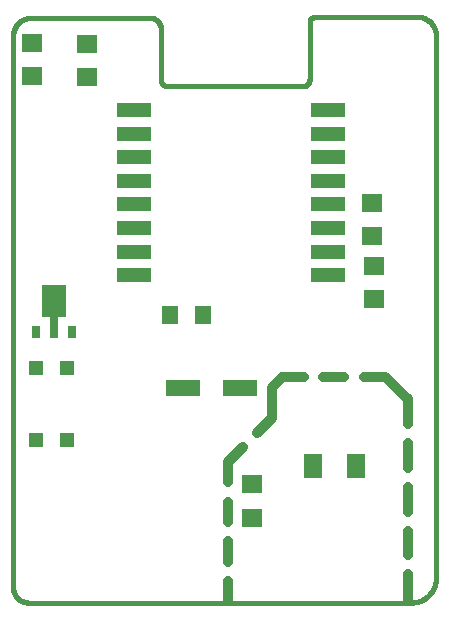
<source format=gtp>
G75*
%MOIN*%
%OFA0B0*%
%FSLAX25Y25*%
%IPPOS*%
%LPD*%
%AMOC8*
5,1,8,0,0,1.08239X$1,22.5*
%
%ADD10C,0.03200*%
%ADD11C,0.01600*%
%ADD12R,0.05512X0.06299*%
%ADD13R,0.07087X0.06299*%
%ADD14R,0.11811X0.04724*%
%ADD15R,0.11811X0.05512*%
%ADD16R,0.02756X0.04331*%
%ADD17R,0.07874X0.11024*%
%ADD18R,0.02500X0.05000*%
%ADD19R,0.05906X0.08268*%
%ADD20R,0.04724X0.04724*%
D10*
X0106935Y0044645D02*
X0106935Y0051459D01*
X0106935Y0057859D02*
X0106935Y0064673D01*
X0106935Y0071073D02*
X0106935Y0077887D01*
X0106935Y0084287D02*
X0106935Y0091102D01*
X0111956Y0096122D01*
X0116482Y0100648D02*
X0121502Y0105669D01*
X0121502Y0115905D01*
X0125046Y0119448D01*
X0132196Y0119448D01*
X0138596Y0119448D02*
X0145747Y0119448D01*
X0152147Y0119448D02*
X0159298Y0119448D01*
X0166778Y0111968D01*
X0166778Y0103781D01*
X0166778Y0097381D02*
X0166778Y0089194D01*
X0166778Y0082794D02*
X0166778Y0074606D01*
X0166778Y0068206D02*
X0166778Y0060019D01*
X0166778Y0053619D02*
X0166778Y0045432D01*
D11*
X0035282Y0049369D02*
X0035282Y0233228D01*
X0035281Y0233228D02*
X0035283Y0233380D01*
X0035289Y0233532D01*
X0035299Y0233684D01*
X0035312Y0233835D01*
X0035330Y0233986D01*
X0035351Y0234137D01*
X0035377Y0234287D01*
X0035406Y0234436D01*
X0035439Y0234585D01*
X0035476Y0234732D01*
X0035516Y0234879D01*
X0035561Y0235024D01*
X0035609Y0235168D01*
X0035661Y0235311D01*
X0035716Y0235453D01*
X0035775Y0235593D01*
X0035838Y0235732D01*
X0035904Y0235869D01*
X0035974Y0236004D01*
X0036047Y0236137D01*
X0036124Y0236268D01*
X0036204Y0236398D01*
X0036287Y0236525D01*
X0036373Y0236650D01*
X0036463Y0236773D01*
X0036556Y0236893D01*
X0036652Y0237011D01*
X0036751Y0237127D01*
X0036853Y0237240D01*
X0036957Y0237350D01*
X0037065Y0237458D01*
X0037175Y0237562D01*
X0037288Y0237664D01*
X0037404Y0237763D01*
X0037522Y0237859D01*
X0037642Y0237952D01*
X0037765Y0238042D01*
X0037890Y0238128D01*
X0038017Y0238211D01*
X0038147Y0238291D01*
X0038278Y0238368D01*
X0038411Y0238441D01*
X0038546Y0238511D01*
X0038683Y0238577D01*
X0038822Y0238640D01*
X0038962Y0238699D01*
X0039104Y0238754D01*
X0039247Y0238806D01*
X0039391Y0238854D01*
X0039536Y0238899D01*
X0039683Y0238939D01*
X0039830Y0238976D01*
X0039979Y0239009D01*
X0040128Y0239038D01*
X0040278Y0239064D01*
X0040429Y0239085D01*
X0040580Y0239103D01*
X0040731Y0239116D01*
X0040883Y0239126D01*
X0041035Y0239132D01*
X0041187Y0239134D01*
X0041187Y0239133D02*
X0080951Y0239133D01*
X0081067Y0239131D01*
X0081183Y0239125D01*
X0081298Y0239116D01*
X0081413Y0239103D01*
X0081528Y0239086D01*
X0081642Y0239065D01*
X0081756Y0239040D01*
X0081868Y0239012D01*
X0081979Y0238980D01*
X0082090Y0238945D01*
X0082199Y0238906D01*
X0082307Y0238863D01*
X0082413Y0238817D01*
X0082518Y0238768D01*
X0082621Y0238715D01*
X0082723Y0238658D01*
X0082822Y0238599D01*
X0082919Y0238536D01*
X0083015Y0238470D01*
X0083108Y0238401D01*
X0083199Y0238329D01*
X0083287Y0238254D01*
X0083373Y0238176D01*
X0083456Y0238095D01*
X0083537Y0238012D01*
X0083615Y0237926D01*
X0083690Y0237838D01*
X0083762Y0237747D01*
X0083831Y0237654D01*
X0083897Y0237558D01*
X0083960Y0237461D01*
X0084019Y0237362D01*
X0084076Y0237260D01*
X0084129Y0237157D01*
X0084178Y0237052D01*
X0084224Y0236946D01*
X0084267Y0236838D01*
X0084306Y0236729D01*
X0084341Y0236618D01*
X0084373Y0236507D01*
X0084401Y0236395D01*
X0084426Y0236281D01*
X0084447Y0236167D01*
X0084464Y0236052D01*
X0084477Y0235937D01*
X0084486Y0235822D01*
X0084492Y0235706D01*
X0084494Y0235590D01*
X0084494Y0218661D01*
X0084495Y0218661D02*
X0084497Y0218566D01*
X0084503Y0218471D01*
X0084512Y0218376D01*
X0084526Y0218282D01*
X0084543Y0218189D01*
X0084564Y0218096D01*
X0084588Y0218004D01*
X0084617Y0217913D01*
X0084648Y0217823D01*
X0084684Y0217735D01*
X0084723Y0217648D01*
X0084766Y0217563D01*
X0084811Y0217480D01*
X0084861Y0217399D01*
X0084913Y0217319D01*
X0084969Y0217242D01*
X0085027Y0217167D01*
X0085089Y0217095D01*
X0085154Y0217025D01*
X0085221Y0216958D01*
X0085291Y0216893D01*
X0085363Y0216831D01*
X0085438Y0216773D01*
X0085515Y0216717D01*
X0085595Y0216665D01*
X0085676Y0216615D01*
X0085759Y0216570D01*
X0085844Y0216527D01*
X0085931Y0216488D01*
X0086019Y0216452D01*
X0086109Y0216421D01*
X0086200Y0216392D01*
X0086292Y0216368D01*
X0086385Y0216347D01*
X0086478Y0216330D01*
X0086572Y0216316D01*
X0086667Y0216307D01*
X0086762Y0216301D01*
X0086857Y0216299D01*
X0086857Y0216298D02*
X0131739Y0216298D01*
X0131739Y0216299D02*
X0131834Y0216301D01*
X0131929Y0216307D01*
X0132024Y0216316D01*
X0132118Y0216330D01*
X0132211Y0216347D01*
X0132304Y0216368D01*
X0132396Y0216392D01*
X0132487Y0216421D01*
X0132577Y0216452D01*
X0132665Y0216488D01*
X0132752Y0216527D01*
X0132837Y0216570D01*
X0132920Y0216615D01*
X0133001Y0216665D01*
X0133081Y0216717D01*
X0133158Y0216773D01*
X0133233Y0216831D01*
X0133305Y0216893D01*
X0133375Y0216958D01*
X0133442Y0217025D01*
X0133507Y0217095D01*
X0133569Y0217167D01*
X0133627Y0217242D01*
X0133683Y0217319D01*
X0133735Y0217399D01*
X0133785Y0217480D01*
X0133830Y0217563D01*
X0133873Y0217648D01*
X0133912Y0217735D01*
X0133948Y0217823D01*
X0133979Y0217913D01*
X0134008Y0218004D01*
X0134032Y0218096D01*
X0134053Y0218189D01*
X0134070Y0218282D01*
X0134084Y0218376D01*
X0134093Y0218471D01*
X0134099Y0218566D01*
X0134101Y0218661D01*
X0134101Y0237558D01*
X0134100Y0237558D02*
X0134102Y0237644D01*
X0134107Y0237730D01*
X0134117Y0237815D01*
X0134130Y0237900D01*
X0134147Y0237984D01*
X0134167Y0238068D01*
X0134191Y0238150D01*
X0134219Y0238231D01*
X0134250Y0238312D01*
X0134284Y0238390D01*
X0134322Y0238467D01*
X0134364Y0238543D01*
X0134408Y0238616D01*
X0134456Y0238687D01*
X0134507Y0238757D01*
X0134561Y0238824D01*
X0134617Y0238888D01*
X0134677Y0238950D01*
X0134739Y0239010D01*
X0134803Y0239066D01*
X0134870Y0239120D01*
X0134940Y0239171D01*
X0135011Y0239219D01*
X0135085Y0239263D01*
X0135160Y0239305D01*
X0135237Y0239343D01*
X0135315Y0239377D01*
X0135396Y0239408D01*
X0135477Y0239436D01*
X0135559Y0239460D01*
X0135643Y0239480D01*
X0135727Y0239497D01*
X0135812Y0239510D01*
X0135897Y0239520D01*
X0135983Y0239525D01*
X0136069Y0239527D01*
X0169928Y0239527D01*
X0170085Y0239525D01*
X0170242Y0239519D01*
X0170399Y0239509D01*
X0170555Y0239496D01*
X0170711Y0239478D01*
X0170867Y0239457D01*
X0171022Y0239431D01*
X0171176Y0239402D01*
X0171330Y0239369D01*
X0171482Y0239332D01*
X0171634Y0239292D01*
X0171785Y0239247D01*
X0171934Y0239199D01*
X0172082Y0239147D01*
X0172229Y0239092D01*
X0172375Y0239032D01*
X0172519Y0238970D01*
X0172661Y0238903D01*
X0172802Y0238833D01*
X0172941Y0238760D01*
X0173078Y0238683D01*
X0173213Y0238603D01*
X0173345Y0238519D01*
X0173476Y0238432D01*
X0173605Y0238342D01*
X0173731Y0238249D01*
X0173855Y0238153D01*
X0173977Y0238053D01*
X0174096Y0237951D01*
X0174212Y0237845D01*
X0174326Y0237737D01*
X0174437Y0237626D01*
X0174545Y0237512D01*
X0174651Y0237396D01*
X0174753Y0237277D01*
X0174853Y0237155D01*
X0174949Y0237031D01*
X0175042Y0236905D01*
X0175132Y0236776D01*
X0175219Y0236645D01*
X0175303Y0236513D01*
X0175383Y0236378D01*
X0175460Y0236241D01*
X0175533Y0236102D01*
X0175603Y0235961D01*
X0175670Y0235819D01*
X0175732Y0235675D01*
X0175792Y0235529D01*
X0175847Y0235382D01*
X0175899Y0235234D01*
X0175947Y0235085D01*
X0175992Y0234934D01*
X0176032Y0234782D01*
X0176069Y0234630D01*
X0176102Y0234476D01*
X0176131Y0234322D01*
X0176157Y0234167D01*
X0176178Y0234011D01*
X0176196Y0233855D01*
X0176209Y0233699D01*
X0176219Y0233542D01*
X0176225Y0233385D01*
X0176227Y0233228D01*
X0176227Y0052519D01*
X0176225Y0052319D01*
X0176217Y0052120D01*
X0176205Y0051920D01*
X0176188Y0051721D01*
X0176167Y0051522D01*
X0176140Y0051324D01*
X0176109Y0051127D01*
X0176073Y0050930D01*
X0176032Y0050735D01*
X0175987Y0050540D01*
X0175937Y0050347D01*
X0175882Y0050155D01*
X0175822Y0049964D01*
X0175758Y0049775D01*
X0175690Y0049587D01*
X0175617Y0049401D01*
X0175539Y0049217D01*
X0175457Y0049035D01*
X0175371Y0048855D01*
X0175280Y0048677D01*
X0175185Y0048501D01*
X0175086Y0048327D01*
X0174982Y0048156D01*
X0174875Y0047988D01*
X0174763Y0047822D01*
X0174648Y0047659D01*
X0174529Y0047499D01*
X0174405Y0047342D01*
X0174278Y0047187D01*
X0174148Y0047036D01*
X0174013Y0046888D01*
X0173876Y0046744D01*
X0173734Y0046602D01*
X0173590Y0046465D01*
X0173442Y0046330D01*
X0173291Y0046200D01*
X0173136Y0046073D01*
X0172979Y0045949D01*
X0172819Y0045830D01*
X0172656Y0045715D01*
X0172490Y0045603D01*
X0172322Y0045496D01*
X0172151Y0045392D01*
X0171977Y0045293D01*
X0171801Y0045198D01*
X0171623Y0045107D01*
X0171443Y0045021D01*
X0171261Y0044939D01*
X0171077Y0044861D01*
X0170891Y0044788D01*
X0170703Y0044720D01*
X0170514Y0044656D01*
X0170323Y0044596D01*
X0170131Y0044541D01*
X0169938Y0044491D01*
X0169743Y0044446D01*
X0169548Y0044405D01*
X0169351Y0044369D01*
X0169154Y0044338D01*
X0168956Y0044311D01*
X0168757Y0044290D01*
X0168558Y0044273D01*
X0168358Y0044261D01*
X0168159Y0044253D01*
X0167959Y0044251D01*
X0040400Y0044251D01*
X0040259Y0044253D01*
X0040118Y0044259D01*
X0039977Y0044268D01*
X0039837Y0044282D01*
X0039697Y0044300D01*
X0039558Y0044321D01*
X0039419Y0044346D01*
X0039281Y0044375D01*
X0039144Y0044408D01*
X0039007Y0044444D01*
X0038872Y0044484D01*
X0038738Y0044528D01*
X0038605Y0044576D01*
X0038474Y0044627D01*
X0038344Y0044682D01*
X0038216Y0044741D01*
X0038089Y0044802D01*
X0037964Y0044868D01*
X0037841Y0044937D01*
X0037720Y0045009D01*
X0037601Y0045084D01*
X0037484Y0045163D01*
X0037369Y0045245D01*
X0037256Y0045330D01*
X0037146Y0045418D01*
X0037039Y0045509D01*
X0036934Y0045604D01*
X0036831Y0045701D01*
X0036732Y0045800D01*
X0036635Y0045903D01*
X0036540Y0046008D01*
X0036449Y0046115D01*
X0036361Y0046225D01*
X0036276Y0046338D01*
X0036194Y0046453D01*
X0036115Y0046570D01*
X0036040Y0046689D01*
X0035968Y0046810D01*
X0035899Y0046933D01*
X0035833Y0047058D01*
X0035772Y0047185D01*
X0035713Y0047313D01*
X0035658Y0047443D01*
X0035607Y0047574D01*
X0035559Y0047707D01*
X0035515Y0047841D01*
X0035475Y0047976D01*
X0035439Y0048113D01*
X0035406Y0048250D01*
X0035377Y0048388D01*
X0035352Y0048527D01*
X0035331Y0048666D01*
X0035313Y0048806D01*
X0035299Y0048946D01*
X0035290Y0049087D01*
X0035284Y0049228D01*
X0035282Y0049369D01*
D12*
X0087543Y0140212D03*
X0098566Y0140212D03*
D13*
X0114809Y0083621D03*
X0114809Y0072598D03*
X0155517Y0145432D03*
X0155517Y0156456D03*
X0154964Y0166298D03*
X0154964Y0177322D03*
X0059973Y0219557D03*
X0059973Y0230580D03*
X0041580Y0230696D03*
X0041580Y0219672D03*
D14*
X0075535Y0208480D03*
X0075535Y0200606D03*
X0075535Y0192731D03*
X0075535Y0184857D03*
X0075535Y0176983D03*
X0075535Y0169109D03*
X0075535Y0161235D03*
X0075535Y0153361D03*
X0140102Y0153361D03*
X0140102Y0161235D03*
X0140102Y0169109D03*
X0140102Y0176983D03*
X0140102Y0184857D03*
X0140102Y0192731D03*
X0140102Y0200606D03*
X0140102Y0208480D03*
D15*
X0110872Y0115905D03*
X0091975Y0115905D03*
D16*
X0054884Y0134494D03*
X0043073Y0134494D03*
D17*
X0048979Y0144927D03*
D18*
X0048979Y0145065D03*
X0048979Y0143096D03*
X0048979Y0140734D03*
X0048979Y0137584D03*
X0048979Y0134828D03*
X0048585Y0147427D03*
D19*
X0135282Y0089920D03*
X0149455Y0089920D03*
D20*
X0053138Y0098362D03*
X0042902Y0098362D03*
X0042902Y0122378D03*
X0053138Y0122378D03*
M02*

</source>
